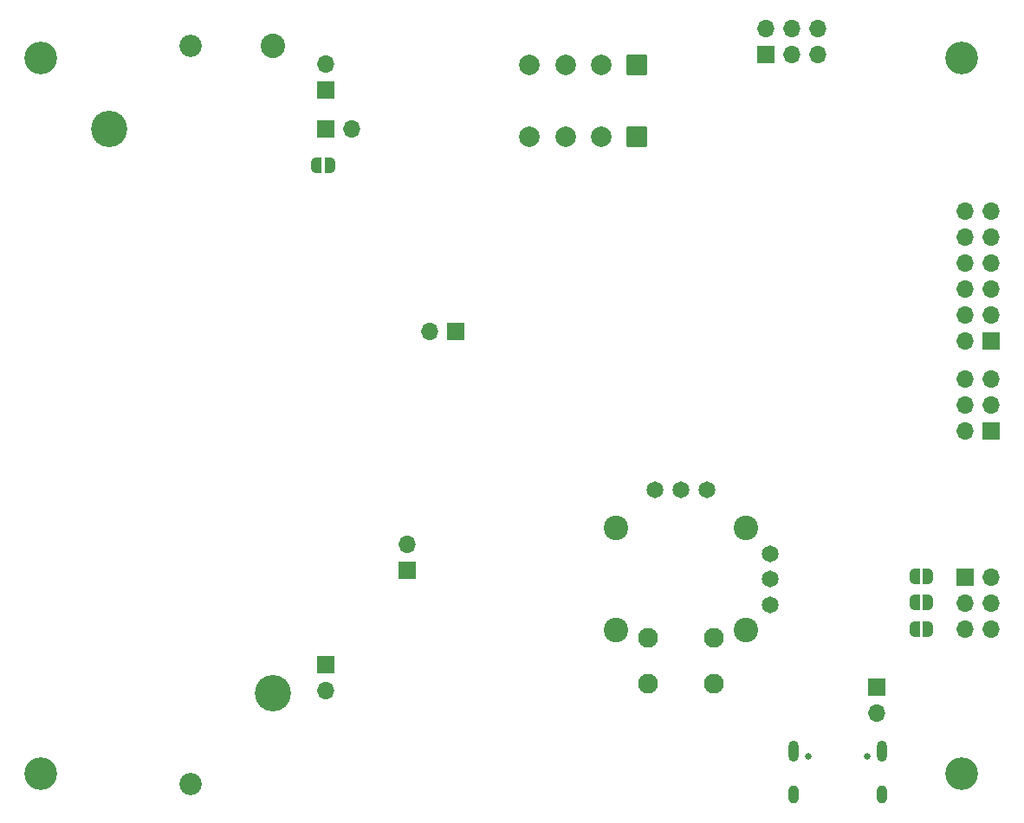
<source format=gbr>
%TF.GenerationSoftware,KiCad,Pcbnew,8.0.2*%
%TF.CreationDate,2024-05-27T20:09:00+01:00*%
%TF.ProjectId,StepUp,53746570-5570-42e6-9b69-6361645f7063,v1.0*%
%TF.SameCoordinates,Original*%
%TF.FileFunction,Soldermask,Bot*%
%TF.FilePolarity,Negative*%
%FSLAX46Y46*%
G04 Gerber Fmt 4.6, Leading zero omitted, Abs format (unit mm)*
G04 Created by KiCad (PCBNEW 8.0.2) date 2024-05-27 20:09:00*
%MOMM*%
%LPD*%
G01*
G04 APERTURE LIST*
G04 Aperture macros list*
%AMRoundRect*
0 Rectangle with rounded corners*
0 $1 Rounding radius*
0 $2 $3 $4 $5 $6 $7 $8 $9 X,Y pos of 4 corners*
0 Add a 4 corners polygon primitive as box body*
4,1,4,$2,$3,$4,$5,$6,$7,$8,$9,$2,$3,0*
0 Add four circle primitives for the rounded corners*
1,1,$1+$1,$2,$3*
1,1,$1+$1,$4,$5*
1,1,$1+$1,$6,$7*
1,1,$1+$1,$8,$9*
0 Add four rect primitives between the rounded corners*
20,1,$1+$1,$2,$3,$4,$5,0*
20,1,$1+$1,$4,$5,$6,$7,0*
20,1,$1+$1,$6,$7,$8,$9,0*
20,1,$1+$1,$8,$9,$2,$3,0*%
%AMFreePoly0*
4,1,19,0.500000,-0.750000,0.000000,-0.750000,0.000000,-0.744911,-0.071157,-0.744911,-0.207708,-0.704816,-0.327430,-0.627875,-0.420627,-0.520320,-0.479746,-0.390866,-0.500000,-0.250000,-0.500000,0.250000,-0.479746,0.390866,-0.420627,0.520320,-0.327430,0.627875,-0.207708,0.704816,-0.071157,0.744911,0.000000,0.744911,0.000000,0.750000,0.500000,0.750000,0.500000,-0.750000,0.500000,-0.750000,
$1*%
%AMFreePoly1*
4,1,19,0.000000,0.744911,0.071157,0.744911,0.207708,0.704816,0.327430,0.627875,0.420627,0.520320,0.479746,0.390866,0.500000,0.250000,0.500000,-0.250000,0.479746,-0.390866,0.420627,-0.520320,0.327430,-0.627875,0.207708,-0.704816,0.071157,-0.744911,0.000000,-0.744911,0.000000,-0.750000,-0.500000,-0.750000,-0.500000,0.750000,0.000000,0.750000,0.000000,0.744911,0.000000,0.744911,
$1*%
G04 Aperture macros list end*
%ADD10C,3.550000*%
%ADD11C,2.390000*%
%ADD12C,2.184000*%
%ADD13C,0.650000*%
%ADD14O,1.000000X2.100000*%
%ADD15O,1.000000X1.800000*%
%ADD16C,1.650000*%
%ADD17C,1.950000*%
%ADD18C,2.400000*%
%ADD19C,3.200000*%
%ADD20R,1.700000X1.700000*%
%ADD21O,1.700000X1.700000*%
%ADD22RoundRect,0.102000X0.900000X0.900000X-0.900000X0.900000X-0.900000X-0.900000X0.900000X-0.900000X0*%
%ADD23C,2.004000*%
%ADD24FreePoly0,180.000000*%
%ADD25FreePoly1,180.000000*%
%ADD26FreePoly0,0.000000*%
%ADD27FreePoly1,0.000000*%
G04 APERTURE END LIST*
D10*
%TO.C,BT1*%
X112648000Y-132192000D03*
X96648000Y-76992000D03*
D11*
X112648000Y-68792000D03*
D12*
X104648000Y-141012000D03*
X104648000Y-68792000D03*
%TD*%
D13*
%TO.C,J1*%
X165004000Y-138365000D03*
X170784000Y-138365000D03*
D14*
X163574000Y-137865000D03*
D15*
X163574000Y-142045000D03*
D14*
X172214000Y-137865000D03*
D15*
X172214000Y-142045000D03*
%TD*%
D16*
%TO.C,JOY1*%
X155062500Y-112275000D03*
X152562500Y-112275000D03*
X150062500Y-112275000D03*
X161292500Y-123505000D03*
X161292500Y-121005000D03*
X161292500Y-118505000D03*
D17*
X149312500Y-126755000D03*
X155812500Y-126755000D03*
X149312500Y-131255000D03*
X155812500Y-131255000D03*
D18*
X158887500Y-116005000D03*
X146237500Y-116005000D03*
X146237500Y-126005000D03*
X158887500Y-126005000D03*
%TD*%
D19*
%TO.C,H1*%
X90000000Y-70000000D03*
%TD*%
D20*
%TO.C,J4*%
X182880000Y-97706000D03*
D21*
X180340000Y-97706000D03*
X182880000Y-95166000D03*
X180340000Y-95166000D03*
X182880000Y-92626000D03*
X180340000Y-92626000D03*
X182880000Y-90086000D03*
X180340000Y-90086000D03*
X182880000Y-87546000D03*
X180340000Y-87546000D03*
X182880000Y-85006000D03*
X180340000Y-85006000D03*
%TD*%
D19*
%TO.C,H2*%
X90000000Y-140000000D03*
%TD*%
D22*
%TO.C,J5*%
X148277400Y-77689501D03*
X148277400Y-70689501D03*
D23*
X144777400Y-77689501D03*
X144777400Y-70689501D03*
X141277400Y-77689501D03*
X141277400Y-70689501D03*
X137777400Y-77689501D03*
X137777400Y-70689501D03*
%TD*%
D20*
%TO.C,J3*%
X182875000Y-106525000D03*
D21*
X180335000Y-106525000D03*
X182875000Y-103985000D03*
X180335000Y-103985000D03*
X182875000Y-101445000D03*
X180335000Y-101445000D03*
%TD*%
D20*
%TO.C,J8*%
X117852000Y-129337000D03*
D21*
X117852000Y-131877000D03*
%TD*%
D20*
%TO.C,J9*%
X130561000Y-96774000D03*
D21*
X128021000Y-96774000D03*
%TD*%
D19*
%TO.C,H4*%
X180000000Y-140000000D03*
%TD*%
D20*
%TO.C,J6*%
X125800000Y-120175000D03*
D21*
X125800000Y-117635000D03*
%TD*%
D20*
%TO.C,J10*%
X160875000Y-69675000D03*
D21*
X160875000Y-67135000D03*
X163415000Y-69675000D03*
X163415000Y-67135000D03*
X165955000Y-69675000D03*
X165955000Y-67135000D03*
%TD*%
D20*
%TO.C,J2*%
X171704000Y-131567000D03*
D21*
X171704000Y-134107000D03*
%TD*%
D20*
%TO.C,J11*%
X117856000Y-73157000D03*
D21*
X117856000Y-70617000D03*
%TD*%
D19*
%TO.C,H3*%
X180000000Y-70000000D03*
%TD*%
D20*
%TO.C,J12*%
X180330000Y-120800000D03*
D21*
X182870000Y-120800000D03*
X180330000Y-123340000D03*
X182870000Y-123340000D03*
X180330000Y-125880000D03*
X182870000Y-125880000D03*
%TD*%
D20*
%TO.C,J7*%
X117851000Y-76962000D03*
D21*
X120391000Y-76962000D03*
%TD*%
D24*
%TO.C,JP3*%
X118252000Y-80518000D03*
D25*
X116952000Y-80518000D03*
%TD*%
D26*
%TO.C,JP10*%
X175400000Y-125900000D03*
D27*
X176700000Y-125900000D03*
%TD*%
D26*
%TO.C,JP9*%
X175400000Y-123300000D03*
D27*
X176700000Y-123300000D03*
%TD*%
D26*
%TO.C,JP8*%
X175400000Y-120700000D03*
D27*
X176700000Y-120700000D03*
%TD*%
M02*

</source>
